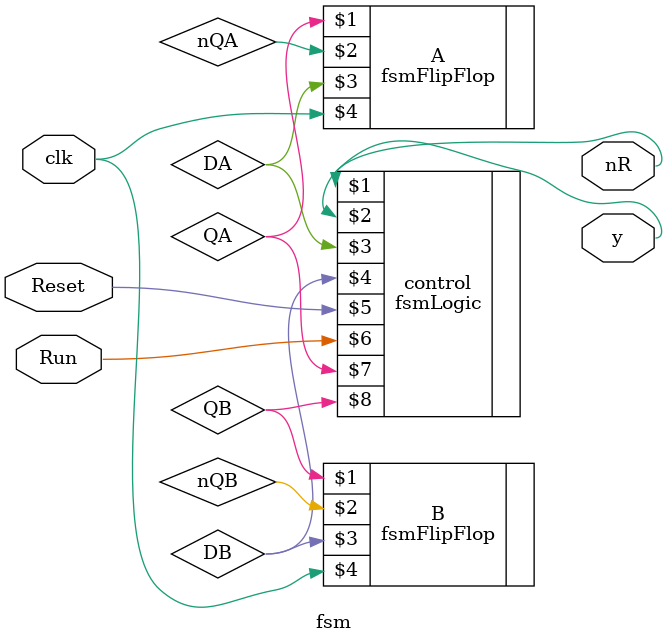
<source format=v>
module fsm(nR, y, Reset, Run, clk);
	input Reset; wire Reset;
	input Run; wire Run;
	input clk; wire clk;
	output nR; wire nR;
	output y; wire y;
	
	fsmFlipFlop A (QA, nQA, DA, clk);
	fsmFlipFlop B (QB, nQB, DB, clk);
	
	fsmLogic control (nR, y, DA, DB, Reset, Run, QA, QB);

endmodule
</source>
